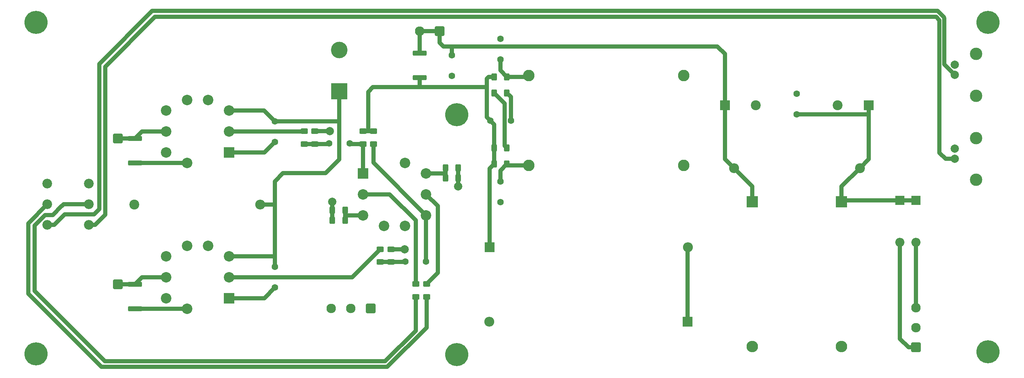
<source format=gbr>
%TF.GenerationSoftware,KiCad,Pcbnew,(6.0.0)*%
%TF.CreationDate,2022-08-03T23:10:51+01:00*%
%TF.ProjectId,Decware SE84 SMD,44656377-6172-4652-9053-45383420534d,rev?*%
%TF.SameCoordinates,Original*%
%TF.FileFunction,Copper,L1,Top*%
%TF.FilePolarity,Positive*%
%FSLAX46Y46*%
G04 Gerber Fmt 4.6, Leading zero omitted, Abs format (unit mm)*
G04 Created by KiCad (PCBNEW (6.0.0)) date 2022-08-03 23:10:51*
%MOMM*%
%LPD*%
G01*
G04 APERTURE LIST*
G04 Aperture macros list*
%AMRoundRect*
0 Rectangle with rounded corners*
0 $1 Rounding radius*
0 $2 $3 $4 $5 $6 $7 $8 $9 X,Y pos of 4 corners*
0 Add a 4 corners polygon primitive as box body*
4,1,4,$2,$3,$4,$5,$6,$7,$8,$9,$2,$3,0*
0 Add four circle primitives for the rounded corners*
1,1,$1+$1,$2,$3*
1,1,$1+$1,$4,$5*
1,1,$1+$1,$6,$7*
1,1,$1+$1,$8,$9*
0 Add four rect primitives between the rounded corners*
20,1,$1+$1,$2,$3,$4,$5,0*
20,1,$1+$1,$4,$5,$6,$7,0*
20,1,$1+$1,$6,$7,$8,$9,0*
20,1,$1+$1,$8,$9,$2,$3,0*%
G04 Aperture macros list end*
%TA.AperFunction,SMDPad,CuDef*%
%ADD10RoundRect,0.250000X-0.400000X-0.625000X0.400000X-0.625000X0.400000X0.625000X-0.400000X0.625000X0*%
%TD*%
%TA.AperFunction,SMDPad,CuDef*%
%ADD11RoundRect,0.250000X-0.625000X0.400000X-0.625000X-0.400000X0.625000X-0.400000X0.625000X0.400000X0*%
%TD*%
%TA.AperFunction,ComponentPad*%
%ADD12C,5.600000*%
%TD*%
%TA.AperFunction,ComponentPad*%
%ADD13C,1.600000*%
%TD*%
%TA.AperFunction,ComponentPad*%
%ADD14C,2.340000*%
%TD*%
%TA.AperFunction,ComponentPad*%
%ADD15C,2.400000*%
%TD*%
%TA.AperFunction,ComponentPad*%
%ADD16O,2.400000X2.400000*%
%TD*%
%TA.AperFunction,ComponentPad*%
%ADD17R,4.000000X4.000000*%
%TD*%
%TA.AperFunction,ComponentPad*%
%ADD18C,4.000000*%
%TD*%
%TA.AperFunction,ComponentPad*%
%ADD19R,2.200000X2.200000*%
%TD*%
%TA.AperFunction,ComponentPad*%
%ADD20O,2.200000X2.200000*%
%TD*%
%TA.AperFunction,SMDPad,CuDef*%
%ADD21RoundRect,0.250000X0.400000X0.625000X-0.400000X0.625000X-0.400000X-0.625000X0.400000X-0.625000X0*%
%TD*%
%TA.AperFunction,SMDPad,CuDef*%
%ADD22RoundRect,0.250000X0.625000X-0.400000X0.625000X0.400000X-0.625000X0.400000X-0.625000X-0.400000X0*%
%TD*%
%TA.AperFunction,ComponentPad*%
%ADD23RoundRect,0.250001X0.899999X0.899999X-0.899999X0.899999X-0.899999X-0.899999X0.899999X-0.899999X0*%
%TD*%
%TA.AperFunction,ComponentPad*%
%ADD24R,2.800000X2.800000*%
%TD*%
%TA.AperFunction,ComponentPad*%
%ADD25O,2.800000X2.800000*%
%TD*%
%TA.AperFunction,ComponentPad*%
%ADD26R,2.400000X2.400000*%
%TD*%
%TA.AperFunction,ComponentPad*%
%ADD27RoundRect,0.250001X0.899999X-0.899999X0.899999X0.899999X-0.899999X0.899999X-0.899999X-0.899999X0*%
%TD*%
%TA.AperFunction,ComponentPad*%
%ADD28C,2.300000*%
%TD*%
%TA.AperFunction,ComponentPad*%
%ADD29C,2.800000*%
%TD*%
%TA.AperFunction,ComponentPad*%
%ADD30C,2.000000*%
%TD*%
%TA.AperFunction,ComponentPad*%
%ADD31C,3.000000*%
%TD*%
%TA.AperFunction,ComponentPad*%
%ADD32R,2.540000X2.540000*%
%TD*%
%TA.AperFunction,ComponentPad*%
%ADD33C,2.540000*%
%TD*%
%TA.AperFunction,SMDPad,CuDef*%
%ADD34RoundRect,0.250000X1.425000X-0.362500X1.425000X0.362500X-1.425000X0.362500X-1.425000X-0.362500X0*%
%TD*%
%TA.AperFunction,SMDPad,CuDef*%
%ADD35RoundRect,0.250000X-1.425000X0.362500X-1.425000X-0.362500X1.425000X-0.362500X1.425000X0.362500X0*%
%TD*%
%TA.AperFunction,ViaPad*%
%ADD36C,2.000000*%
%TD*%
%TA.AperFunction,Conductor*%
%ADD37C,1.000000*%
%TD*%
G04 APERTURE END LIST*
D10*
%TO.P,R17,1*%
%TO.N,P1*%
X130080000Y-88971357D03*
%TO.P,R17,2*%
%TO.N,Net-(C12-Pad1)*%
X133180000Y-88971357D03*
%TD*%
D11*
%TO.P,R15,1*%
%TO.N,GND*%
X86659046Y-102172464D03*
%TO.P,R15,2*%
%TO.N,Net-(C10-Pad2)*%
X86659046Y-105272464D03*
%TD*%
D12*
%TO.P,J6,1,Pin_1*%
%TO.N,N/C*%
X19208261Y-156050000D03*
%TD*%
D13*
%TO.P,C6,1*%
%TO.N,P2*%
X119839812Y-83740000D03*
%TO.P,C6,2*%
%TO.N,GND*%
X119839812Y-88740000D03*
%TD*%
D14*
%TO.P,RV1,1,1*%
%TO.N,GND*%
X21925909Y-114840000D03*
%TO.P,RV1,2,2*%
%TO.N,Net-(R2-Pad1)*%
X21925909Y-119840000D03*
%TO.P,RV1,3,3*%
%TO.N,Net-(J2-Pad1)*%
X21925909Y-124840000D03*
%TO.P,RV1,4,4*%
%TO.N,GND*%
X31925909Y-114840000D03*
%TO.P,RV1,5,5*%
%TO.N,Net-(R3-Pad1)*%
X31925909Y-119840000D03*
%TO.P,RV1,6,6*%
%TO.N,Net-(J3-Pad1)*%
X31925909Y-124840000D03*
%TD*%
D15*
%TO.P,R20,1*%
%TO.N,GND*%
X42985000Y-119879999D03*
D16*
%TO.P,R20,2*%
%TO.N,Net-(C13-Pad2)*%
X73465000Y-119879999D03*
%TD*%
D17*
%TO.P,C16,1*%
%TO.N,Net-(C13-Pad2)*%
X92597536Y-92497832D03*
D18*
%TO.P,C16,2*%
%TO.N,GND*%
X92597536Y-82497832D03*
%TD*%
D19*
%TO.P,D2,1,K*%
%TO.N,Net-(C1-Pad1)*%
X228290000Y-118906868D03*
D20*
%TO.P,D2,2,A*%
%TO.N,Net-(D2-Pad2)*%
X228290000Y-129066868D03*
%TD*%
D13*
%TO.P,C13,1*%
%TO.N,Net-(C13-Pad1)*%
X77008848Y-140020000D03*
%TO.P,C13,2*%
%TO.N,Net-(C13-Pad2)*%
X77008848Y-135020000D03*
%TD*%
D21*
%TO.P,R12,1*%
%TO.N,GND*%
X133180000Y-92897689D03*
%TO.P,R12,2*%
%TO.N,Net-(R11-Pad1)*%
X130080000Y-92897689D03*
%TD*%
D22*
%TO.P,R2,1*%
%TO.N,Net-(R2-Pad1)*%
X113720000Y-142230000D03*
%TO.P,R2,2*%
%TO.N,Net-(R2-Pad2)*%
X113720000Y-139130000D03*
%TD*%
D23*
%TO.P,J5,1,Pin_1*%
%TO.N,Net-(J5-Pad1)*%
X39020000Y-103910000D03*
%TD*%
D21*
%TO.P,R4,1*%
%TO.N,Net-(R4-Pad1)*%
X93997536Y-121302464D03*
%TO.P,R4,2*%
%TO.N,GND*%
X90897536Y-121302464D03*
%TD*%
D24*
%TO.P,C5,1*%
%TO.N,P2*%
X192548657Y-119250000D03*
D25*
%TO.P,C5,2*%
%TO.N,GND*%
X192548657Y-154250000D03*
%TD*%
D26*
%TO.P,C8,1*%
%TO.N,P1*%
X128980000Y-130213759D03*
D16*
%TO.P,C8,2*%
%TO.N,Net-(C8-Pad2)*%
X176980000Y-130213759D03*
%TD*%
D15*
%TO.P,R1,1*%
%TO.N,Net-(C1-Pad1)*%
X218619328Y-111090000D03*
D16*
%TO.P,R1,2*%
%TO.N,P2*%
X188139328Y-111090000D03*
%TD*%
D13*
%TO.P,C15,1*%
%TO.N,Net-(C15-Pad1)*%
X77008848Y-104724749D03*
%TO.P,C15,2*%
%TO.N,Net-(C13-Pad2)*%
X77008848Y-99724749D03*
%TD*%
D27*
%TO.P,J1,1,Pin_1*%
%TO.N,Net-(D2-Pad2)*%
X232224851Y-154500000D03*
D28*
%TO.P,J1,2,Pin_2*%
%TO.N,GND*%
X232224851Y-149700000D03*
%TO.P,J1,3,Pin_3*%
%TO.N,Net-(D1-Pad2)*%
X232224851Y-144900000D03*
%TD*%
D13*
%TO.P,C3,1*%
%TO.N,Net-(C1-Pad1)*%
X203374328Y-98080000D03*
%TO.P,C3,2*%
%TO.N,GND*%
X203374328Y-93080000D03*
%TD*%
D21*
%TO.P,R11,1*%
%TO.N,Net-(R11-Pad1)*%
X133180000Y-106210353D03*
%TO.P,R11,2*%
%TO.N,P1*%
X130080000Y-106210353D03*
%TD*%
D22*
%TO.P,R8,1*%
%TO.N,Net-(C11-Pad1)*%
X100897536Y-105272464D03*
%TO.P,R8,2*%
%TO.N,P1*%
X100897536Y-102172464D03*
%TD*%
D11*
%TO.P,R13,1*%
%TO.N,GND*%
X105095333Y-130732464D03*
%TO.P,R13,2*%
%TO.N,Net-(C11-Pad2)*%
X105095333Y-133832464D03*
%TD*%
D29*
%TO.P,C18,1*%
%TO.N,Net-(C17-Pad1)*%
X138510000Y-110393022D03*
%TO.P,C18,2*%
%TO.N,GND*%
X176010000Y-110393022D03*
%TD*%
D13*
%TO.P,C10,1*%
%TO.N,Net-(C10-Pad1)*%
X95097536Y-105122464D03*
%TO.P,C10,2*%
%TO.N,Net-(C10-Pad2)*%
X90097536Y-105122464D03*
%TD*%
D10*
%TO.P,R9,1*%
%TO.N,Net-(R10-Pad1)*%
X118307536Y-113462464D03*
%TO.P,R9,2*%
%TO.N,GND*%
X121407536Y-113462464D03*
%TD*%
D12*
%TO.P,J6,1,Pin_1*%
%TO.N,N/C*%
X121050000Y-156240628D03*
%TD*%
D13*
%TO.P,C17,1*%
%TO.N,Net-(C17-Pad1)*%
X131630000Y-114293022D03*
%TO.P,C17,2*%
%TO.N,GND*%
X131630000Y-119293022D03*
%TD*%
D26*
%TO.P,C9,1*%
%TO.N,Net-(C8-Pad2)*%
X176930000Y-148259948D03*
D16*
%TO.P,C9,2*%
%TO.N,GND*%
X128930000Y-148259948D03*
%TD*%
D22*
%TO.P,R16,1*%
%TO.N,Net-(C10-Pad2)*%
X84094666Y-105272464D03*
%TO.P,R16,2*%
%TO.N,Net-(R16-Pad2)*%
X84094666Y-102172464D03*
%TD*%
D23*
%TO.P,J4,1,Pin_1*%
%TO.N,Net-(J4-Pad1)*%
X39020000Y-139210000D03*
%TD*%
%TO.P,J8,1,Pin_1*%
%TO.N,H2*%
X100220000Y-145080000D03*
D28*
%TO.P,J8,2,Pin_2*%
%TO.N,unconnected-(J8-Pad2)*%
X95420000Y-145080000D03*
%TO.P,J8,3,Pin_3*%
%TO.N,H1*%
X90620000Y-145080000D03*
%TD*%
D30*
%TO.P,J2,1,In*%
%TO.N,Net-(J2-Pad1)*%
X241630000Y-88508817D03*
D31*
%TO.P,J2,2,Ext*%
%TO.N,GND*%
X246730000Y-83458817D03*
D30*
X241630000Y-86008817D03*
D31*
X246730000Y-93558817D03*
%TD*%
D23*
%TO.P,J7,1,Pin_1*%
%TO.N,P2*%
X116890000Y-77897832D03*
D28*
%TO.P,J7,2,Pin_2*%
X112090000Y-77897832D03*
%TD*%
D13*
%TO.P,C11,1*%
%TO.N,Net-(C11-Pad1)*%
X113557536Y-133682464D03*
%TO.P,C11,2*%
%TO.N,Net-(C11-Pad2)*%
X108557536Y-133682464D03*
%TD*%
%TO.P,C7,1*%
%TO.N,P1*%
X129130000Y-99554021D03*
%TO.P,C7,2*%
%TO.N,GND*%
X134130000Y-99554021D03*
%TD*%
D26*
%TO.P,C1,1*%
%TO.N,Net-(C1-Pad1)*%
X220780560Y-95890000D03*
D15*
%TO.P,C1,2*%
%TO.N,GND*%
X213280560Y-95890000D03*
%TD*%
D32*
%TO.P,U2,1,G3's*%
%TO.N,Net-(C13-Pad1)*%
X65903437Y-142590022D03*
D33*
%TO.P,U2,2,G1*%
%TO.N,Net-(R14-Pad2)*%
X65903437Y-137510022D03*
%TO.P,U2,3,K_G3*%
%TO.N,Net-(C13-Pad2)*%
X65903437Y-132430022D03*
%TO.P,U2,4,F1*%
%TO.N,H1*%
X60823437Y-129890022D03*
%TO.P,U2,5,F2*%
%TO.N,H2*%
X55743437Y-129890022D03*
%TO.P,U2,6*%
%TO.N,N/C*%
X50663437Y-132430022D03*
%TO.P,U2,7,A*%
%TO.N,Net-(J4-Pad1)*%
X50663437Y-137510022D03*
%TO.P,U2,8*%
%TO.N,N/C*%
X50663437Y-142590022D03*
%TO.P,U2,9,G2*%
%TO.N,Net-(R18-Pad1)*%
X55743437Y-145130022D03*
%TD*%
D24*
%TO.P,C2,1*%
%TO.N,Net-(C1-Pad1)*%
X214200000Y-119250000D03*
D25*
%TO.P,C2,2*%
%TO.N,GND*%
X214200000Y-154250000D03*
%TD*%
D29*
%TO.P,C12,1*%
%TO.N,Net-(C12-Pad1)*%
X138510000Y-88715025D03*
%TO.P,C12,2*%
%TO.N,GND*%
X176010000Y-88715025D03*
%TD*%
D30*
%TO.P,J3,1,In*%
%TO.N,Net-(J3-Pad1)*%
X241630000Y-108858817D03*
D31*
%TO.P,J3,2,Ext*%
%TO.N,GND*%
X246730000Y-103808817D03*
D30*
X241630000Y-106358817D03*
D31*
X246730000Y-113908817D03*
%TD*%
D10*
%TO.P,R10,1*%
%TO.N,Net-(R10-Pad1)*%
X118307536Y-111051455D03*
%TO.P,R10,2*%
%TO.N,GND*%
X121407536Y-111051455D03*
%TD*%
D32*
%TO.P,U1,1,A*%
%TO.N,Net-(C10-Pad1)*%
X98370000Y-112342486D03*
D33*
%TO.P,U1,2,G*%
%TO.N,Net-(R3-Pad2)*%
X98370000Y-117422486D03*
%TO.P,U1,3,K*%
%TO.N,Net-(R4-Pad1)*%
X98370000Y-122502486D03*
%TO.P,U1,4,F1*%
%TO.N,H1*%
X103450000Y-125042486D03*
%TO.P,U1,5,F2*%
%TO.N,H2*%
X108530000Y-125042486D03*
%TO.P,U1,6,A*%
%TO.N,Net-(C11-Pad1)*%
X113610000Y-122502486D03*
%TO.P,U1,7,G*%
%TO.N,Net-(R2-Pad2)*%
X113610000Y-117422486D03*
%TO.P,U1,8,K*%
%TO.N,Net-(R10-Pad1)*%
X113610000Y-112342486D03*
%TO.P,U1,9*%
%TO.N,N/C*%
X108530000Y-109802486D03*
%TD*%
D12*
%TO.P,J6,1,Pin_1*%
%TO.N,N/C*%
X19165602Y-75770000D03*
%TD*%
D19*
%TO.P,D1,1,K*%
%TO.N,Net-(C1-Pad1)*%
X232224851Y-118916868D03*
D20*
%TO.P,D1,2,A*%
%TO.N,Net-(D1-Pad2)*%
X232224851Y-129076868D03*
%TD*%
D32*
%TO.P,U3,1,G3's*%
%TO.N,Net-(C15-Pad1)*%
X65903437Y-107294771D03*
D33*
%TO.P,U3,2,G1*%
%TO.N,Net-(R16-Pad2)*%
X65903437Y-102214771D03*
%TO.P,U3,3,K_G3*%
%TO.N,Net-(C13-Pad2)*%
X65903437Y-97134771D03*
%TO.P,U3,4,F1*%
%TO.N,H1*%
X60823437Y-94594771D03*
%TO.P,U3,5,F2*%
%TO.N,H2*%
X55743437Y-94594771D03*
%TO.P,U3,6*%
%TO.N,N/C*%
X50663437Y-97134771D03*
%TO.P,U3,7,A*%
%TO.N,Net-(J5-Pad1)*%
X50663437Y-102214771D03*
%TO.P,U3,8*%
%TO.N,N/C*%
X50663437Y-107294771D03*
%TO.P,U3,9,G2*%
%TO.N,Net-(R21-Pad1)*%
X55743437Y-109834771D03*
%TD*%
D12*
%TO.P,J6,1,Pin_1*%
%TO.N,N/C*%
X249647341Y-75770000D03*
%TD*%
D21*
%TO.P,R6,1*%
%TO.N,Net-(R4-Pad1)*%
X93997536Y-123726527D03*
%TO.P,R6,2*%
%TO.N,GND*%
X90897536Y-123726527D03*
%TD*%
D13*
%TO.P,C14,1*%
%TO.N,Net-(C12-Pad1)*%
X131630000Y-84815025D03*
%TO.P,C14,2*%
%TO.N,GND*%
X131630000Y-79815025D03*
%TD*%
D26*
%TO.P,C4,1*%
%TO.N,P2*%
X185968097Y-95890000D03*
D15*
%TO.P,C4,2*%
%TO.N,GND*%
X193468097Y-95890000D03*
%TD*%
D12*
%TO.P,J6,1,Pin_1*%
%TO.N,GND*%
X249663076Y-155590000D03*
%TD*%
%TO.P,J6,1,Pin_1*%
%TO.N,N/C*%
X121050000Y-98130000D03*
%TD*%
D34*
%TO.P,R18,1*%
%TO.N,Net-(R18-Pad1)*%
X43120000Y-145142500D03*
%TO.P,R18,2*%
%TO.N,Net-(J4-Pad1)*%
X43120000Y-139217500D03*
%TD*%
D35*
%TO.P,R7,1*%
%TO.N,P2*%
X112030000Y-83297500D03*
%TO.P,R7,2*%
%TO.N,P1*%
X112030000Y-89222500D03*
%TD*%
D34*
%TO.P,R21,1*%
%TO.N,Net-(R21-Pad1)*%
X43120000Y-109832500D03*
%TO.P,R21,2*%
%TO.N,Net-(J5-Pad1)*%
X43120000Y-103907500D03*
%TD*%
D22*
%TO.P,R14,1*%
%TO.N,Net-(C11-Pad2)*%
X102499572Y-133832464D03*
%TO.P,R14,2*%
%TO.N,Net-(R14-Pad2)*%
X102499572Y-130732464D03*
%TD*%
%TO.P,R3,1*%
%TO.N,Net-(R3-Pad1)*%
X111090000Y-142230000D03*
%TO.P,R3,2*%
%TO.N,Net-(R3-Pad2)*%
X111090000Y-139130000D03*
%TD*%
%TO.P,R5,1*%
%TO.N,Net-(C10-Pad1)*%
X98367536Y-105272464D03*
%TO.P,R5,2*%
%TO.N,P1*%
X98367536Y-102172464D03*
%TD*%
D10*
%TO.P,R19,1*%
%TO.N,P1*%
X130080000Y-110136685D03*
%TO.P,R19,2*%
%TO.N,Net-(C17-Pad1)*%
X133180000Y-110136685D03*
%TD*%
D36*
%TO.N,GND*%
X90912536Y-119237464D03*
X108457536Y-130732464D03*
X90317536Y-102152464D03*
X121407536Y-115542464D03*
%TD*%
D37*
%TO.N,Net-(C1-Pad1)*%
X220780560Y-108928768D02*
X218619328Y-111090000D01*
X214200000Y-115509328D02*
X218619328Y-111090000D01*
X220780560Y-95890000D02*
X220780560Y-97849440D01*
X228300000Y-118916868D02*
X228290000Y-118906868D01*
X214200000Y-119250000D02*
X214200000Y-115509328D01*
X220550000Y-98080000D02*
X220780560Y-97849440D01*
X203374328Y-98080000D02*
X220550000Y-98080000D01*
X220780560Y-97849440D02*
X220780560Y-108928768D01*
X228290000Y-118906868D02*
X214543132Y-118906868D01*
X214543132Y-118906868D02*
X214200000Y-119250000D01*
X232224851Y-118916868D02*
X228300000Y-118916868D01*
%TO.N,GND*%
X90297536Y-102172464D02*
X90317536Y-102152464D01*
X105095333Y-130732464D02*
X108457536Y-130732464D01*
X134130000Y-93847689D02*
X134130000Y-99554021D01*
X133180000Y-92897689D02*
X134130000Y-93847689D01*
X86659046Y-102172464D02*
X90297536Y-102172464D01*
X121407536Y-115542464D02*
X121407536Y-115792464D01*
X121407536Y-115792464D02*
X121427536Y-115812464D01*
X90897536Y-123726527D02*
X90897536Y-119252464D01*
X121407536Y-111051455D02*
X121407536Y-115542464D01*
X90897536Y-119252464D02*
X90912536Y-119237464D01*
%TO.N,P2*%
X119839812Y-81619812D02*
X117779812Y-81619812D01*
X116890000Y-77897832D02*
X112090000Y-77897832D01*
X112030000Y-83297500D02*
X112030000Y-77957832D01*
X112030000Y-77957832D02*
X112090000Y-77897832D01*
X192548657Y-119250000D02*
X192548657Y-115499329D01*
X119839812Y-83740000D02*
X119839812Y-81619812D01*
X116890000Y-80730000D02*
X116890000Y-77897832D01*
X119839812Y-81619812D02*
X184149812Y-81619812D01*
X192548657Y-115499329D02*
X188139328Y-111090000D01*
X184149812Y-81619812D02*
X185968097Y-83438097D01*
X185968097Y-95890000D02*
X185968097Y-108918769D01*
X117779812Y-81619812D02*
X116890000Y-80730000D01*
X185968097Y-108918769D02*
X188139328Y-111090000D01*
X185968097Y-83438097D02*
X185968097Y-95890000D01*
%TO.N,P1*%
X128980000Y-130213759D02*
X128980000Y-111236685D01*
X130080000Y-100504021D02*
X129130000Y-99554021D01*
X98367536Y-102172464D02*
X99587536Y-102172464D01*
X130080000Y-106210353D02*
X130080000Y-101720000D01*
X113700001Y-91490001D02*
X128330001Y-91490001D01*
X100729999Y-91490001D02*
X99587536Y-92632464D01*
X128330001Y-91490001D02*
X128330001Y-89419999D01*
X99587536Y-102172464D02*
X100897536Y-102172464D01*
X130080000Y-110136685D02*
X130080000Y-106210353D01*
X128330001Y-89419999D02*
X128778643Y-88971357D01*
X112030000Y-90400000D02*
X112030000Y-90730000D01*
X130080000Y-101720000D02*
X130080000Y-100504021D01*
X112030000Y-91480002D02*
X112039999Y-91490001D01*
X128330001Y-98754022D02*
X129130000Y-99554021D01*
X128330001Y-91490001D02*
X128330001Y-98754022D01*
X112039999Y-91490001D02*
X100729999Y-91490001D01*
X128980000Y-111236685D02*
X130080000Y-110136685D01*
X99587536Y-92632464D02*
X99587536Y-102172464D01*
X112790001Y-91490001D02*
X113700001Y-91490001D01*
X112030000Y-90400000D02*
X112030000Y-91480002D01*
X113700001Y-91490001D02*
X112039999Y-91490001D01*
X112030000Y-89222500D02*
X112030000Y-90400000D01*
X128778643Y-88971357D02*
X130080000Y-88971357D01*
%TO.N,Net-(C8-Pad2)*%
X176930000Y-148259948D02*
X176930000Y-130263759D01*
X176930000Y-130263759D02*
X176980000Y-130213759D01*
%TO.N,Net-(C10-Pad1)*%
X98370000Y-105274928D02*
X98367536Y-105272464D01*
X98370000Y-112342486D02*
X98370000Y-105274928D01*
X98367536Y-105272464D02*
X95247536Y-105272464D01*
X95247536Y-105272464D02*
X95097536Y-105122464D01*
%TO.N,Net-(C10-Pad2)*%
X84094666Y-105272464D02*
X89947536Y-105272464D01*
X89947536Y-105272464D02*
X90097536Y-105122464D01*
%TO.N,Net-(C11-Pad1)*%
X113610000Y-122502486D02*
X113610000Y-133630000D01*
X100897536Y-109790022D02*
X113610000Y-122502486D01*
X113610000Y-133630000D02*
X113557536Y-133682464D01*
X100897536Y-105272464D02*
X100897536Y-109790022D01*
%TO.N,Net-(C11-Pad2)*%
X105095333Y-133832464D02*
X108407536Y-133832464D01*
X105095333Y-133832464D02*
X102499572Y-133832464D01*
X108407536Y-133832464D02*
X108557536Y-133682464D01*
%TO.N,Net-(C12-Pad1)*%
X133180000Y-88971357D02*
X138253668Y-88971357D01*
X131630000Y-87421357D02*
X133180000Y-88971357D01*
X138253668Y-88971357D02*
X138510000Y-88715025D01*
X131630000Y-84815025D02*
X131630000Y-87421357D01*
%TO.N,Net-(C13-Pad1)*%
X65903437Y-142590022D02*
X74438826Y-142590022D01*
X74438826Y-142590022D02*
X77008848Y-140020000D01*
%TO.N,Net-(C13-Pad2)*%
X92597536Y-99732464D02*
X92597536Y-92497832D01*
X76830001Y-119879999D02*
X77008848Y-119701152D01*
X65903437Y-132430022D02*
X76850022Y-132430022D01*
X74418870Y-97134771D02*
X77008848Y-99724749D01*
X89290000Y-112310000D02*
X78990000Y-112310000D01*
X89914749Y-99724749D02*
X77008848Y-99724749D01*
X77008848Y-132588848D02*
X77008848Y-119701152D01*
X76850022Y-132430022D02*
X77008848Y-132588848D01*
X65903437Y-97134771D02*
X74418870Y-97134771D01*
X77008848Y-119701152D02*
X77008848Y-114291152D01*
X92597536Y-109002464D02*
X89290000Y-112310000D01*
X91564749Y-99724749D02*
X89914749Y-99724749D01*
X77008848Y-135020000D02*
X77008848Y-132588848D01*
X73465000Y-119879999D02*
X76830001Y-119879999D01*
X89914749Y-99724749D02*
X92589821Y-99724749D01*
X92589821Y-99724749D02*
X92597536Y-99732464D01*
X77008848Y-114291152D02*
X78990000Y-112310000D01*
X92597536Y-99732464D02*
X92597536Y-109002464D01*
%TO.N,Net-(C15-Pad1)*%
X65903437Y-107294771D02*
X74438826Y-107294771D01*
X74438826Y-107294771D02*
X77008848Y-104724749D01*
%TO.N,Net-(C17-Pad1)*%
X131630000Y-111686685D02*
X133180000Y-110136685D01*
X133436337Y-110393022D02*
X133180000Y-110136685D01*
X131630000Y-114293022D02*
X131630000Y-111686685D01*
X138340000Y-110393022D02*
X133436337Y-110393022D01*
%TO.N,Net-(D1-Pad2)*%
X232224851Y-144900000D02*
X232224851Y-129076868D01*
%TO.N,Net-(D2-Pad2)*%
X232224851Y-154500000D02*
X230400000Y-154500000D01*
X228290000Y-152390000D02*
X228290000Y-129066868D01*
X230400000Y-154500000D02*
X228290000Y-152390000D01*
%TO.N,Net-(J2-Pad1)*%
X26130538Y-122290000D02*
X33210000Y-122290000D01*
X238959511Y-74653147D02*
X239079511Y-74773147D01*
X239079511Y-74773147D02*
X239079511Y-85958328D01*
X238959511Y-74529511D02*
X238959511Y-74653147D01*
X34490000Y-85870000D02*
X47330000Y-73030000D01*
X34490000Y-121010000D02*
X34490000Y-85870000D01*
X21925909Y-124840000D02*
X23580538Y-124840000D01*
X237460000Y-73030000D02*
X238959511Y-74529511D01*
X33210000Y-122290000D02*
X34490000Y-121010000D01*
X239079511Y-85958328D02*
X241630000Y-88508817D01*
X47330000Y-73030000D02*
X237460000Y-73030000D01*
X23580538Y-124840000D02*
X26130538Y-122290000D01*
%TO.N,Net-(J3-Pad1)*%
X31925909Y-124840000D02*
X33460000Y-124840000D01*
X237880000Y-107370000D02*
X239368817Y-108858817D01*
X35910000Y-122390000D02*
X35910000Y-86520000D01*
X47960000Y-74470000D02*
X209850000Y-74470000D01*
X237880000Y-75270000D02*
X237880000Y-107370000D01*
X209850000Y-74470000D02*
X211260000Y-74470000D01*
X209850000Y-74470000D02*
X237080000Y-74470000D01*
X239368817Y-108858817D02*
X241630000Y-108858817D01*
X237080000Y-74470000D02*
X237880000Y-75270000D01*
X35910000Y-86520000D02*
X47960000Y-74470000D01*
X33460000Y-124840000D02*
X35910000Y-122390000D01*
%TO.N,Net-(J4-Pad1)*%
X50663437Y-137510022D02*
X44827478Y-137510022D01*
X39027500Y-139217500D02*
X39020000Y-139210000D01*
X44827478Y-137510022D02*
X43120000Y-139217500D01*
X43120000Y-139217500D02*
X39027500Y-139217500D01*
%TO.N,Net-(J5-Pad1)*%
X39022500Y-103907500D02*
X39020000Y-103910000D01*
X44812729Y-102214771D02*
X43120000Y-103907500D01*
X43120000Y-103907500D02*
X39022500Y-103907500D01*
X50663437Y-102214771D02*
X44812729Y-102214771D01*
%TO.N,Net-(R2-Pad1)*%
X113720000Y-142230000D02*
X113720000Y-149710000D01*
X35040000Y-159230000D02*
X17320000Y-141510000D01*
X17320000Y-124445909D02*
X21925909Y-119840000D01*
X17320000Y-141510000D02*
X17320000Y-124445909D01*
X104200000Y-159230000D02*
X35040000Y-159230000D01*
X113720000Y-149710000D02*
X104200000Y-159230000D01*
%TO.N,Net-(R2-Pad2)*%
X113610000Y-117422486D02*
X116460000Y-120272486D01*
X113720000Y-139130000D02*
X116460000Y-136390000D01*
X116460000Y-136390000D02*
X116460000Y-121210000D01*
X116460000Y-120272486D02*
X116460000Y-121210000D01*
%TO.N,Net-(R3-Pad1)*%
X25900000Y-119840000D02*
X31925909Y-119840000D01*
X25380000Y-120290000D02*
X25450000Y-120290000D01*
X21360000Y-122460000D02*
X23210000Y-122460000D01*
X111090000Y-150440000D02*
X103700000Y-157830000D01*
X103700000Y-157830000D02*
X35840000Y-157830000D01*
X111090000Y-142230000D02*
X111090000Y-150440000D01*
X18810000Y-125010000D02*
X21360000Y-122460000D01*
X25450000Y-120290000D02*
X25900000Y-119840000D01*
X35840000Y-157830000D02*
X18810000Y-140800000D01*
X23210000Y-122460000D02*
X25380000Y-120290000D01*
X18810000Y-140800000D02*
X18810000Y-125010000D01*
%TO.N,Net-(R3-Pad2)*%
X111090000Y-123700000D02*
X104812486Y-117422486D01*
X104812486Y-117422486D02*
X98370000Y-117422486D01*
X111090000Y-139130000D02*
X111090000Y-123700000D01*
%TO.N,Net-(R4-Pad1)*%
X93997536Y-122642464D02*
X93997536Y-123726527D01*
X98370000Y-122502486D02*
X94137514Y-122502486D01*
X93997536Y-121302464D02*
X93997536Y-122642464D01*
X94137514Y-122502486D02*
X93997536Y-122642464D01*
%TO.N,Net-(R10-Pad1)*%
X113610000Y-112342486D02*
X118087514Y-112342486D01*
X118307536Y-111051455D02*
X118307536Y-112122464D01*
X118307536Y-112122464D02*
X118307536Y-113462464D01*
X118087514Y-112342486D02*
X118307536Y-112122464D01*
%TO.N,Net-(R11-Pad1)*%
X133180000Y-106210353D02*
X132630489Y-105660842D01*
X132630489Y-95448178D02*
X130080000Y-92897689D01*
X132630489Y-105660842D02*
X132630489Y-95448178D01*
%TO.N,Net-(R14-Pad2)*%
X95722014Y-137510022D02*
X102499572Y-130732464D01*
X65903437Y-137510022D02*
X95722014Y-137510022D01*
%TO.N,Net-(R16-Pad2)*%
X84094666Y-102172464D02*
X84052359Y-102214771D01*
X84052359Y-102214771D02*
X65903437Y-102214771D01*
%TO.N,Net-(R18-Pad1)*%
X43132478Y-145130022D02*
X43120000Y-145142500D01*
X55743437Y-145130022D02*
X43132478Y-145130022D01*
%TO.N,Net-(R21-Pad1)*%
X55743437Y-109834771D02*
X43122271Y-109834771D01*
X43122271Y-109834771D02*
X43120000Y-109832500D01*
%TD*%
M02*

</source>
